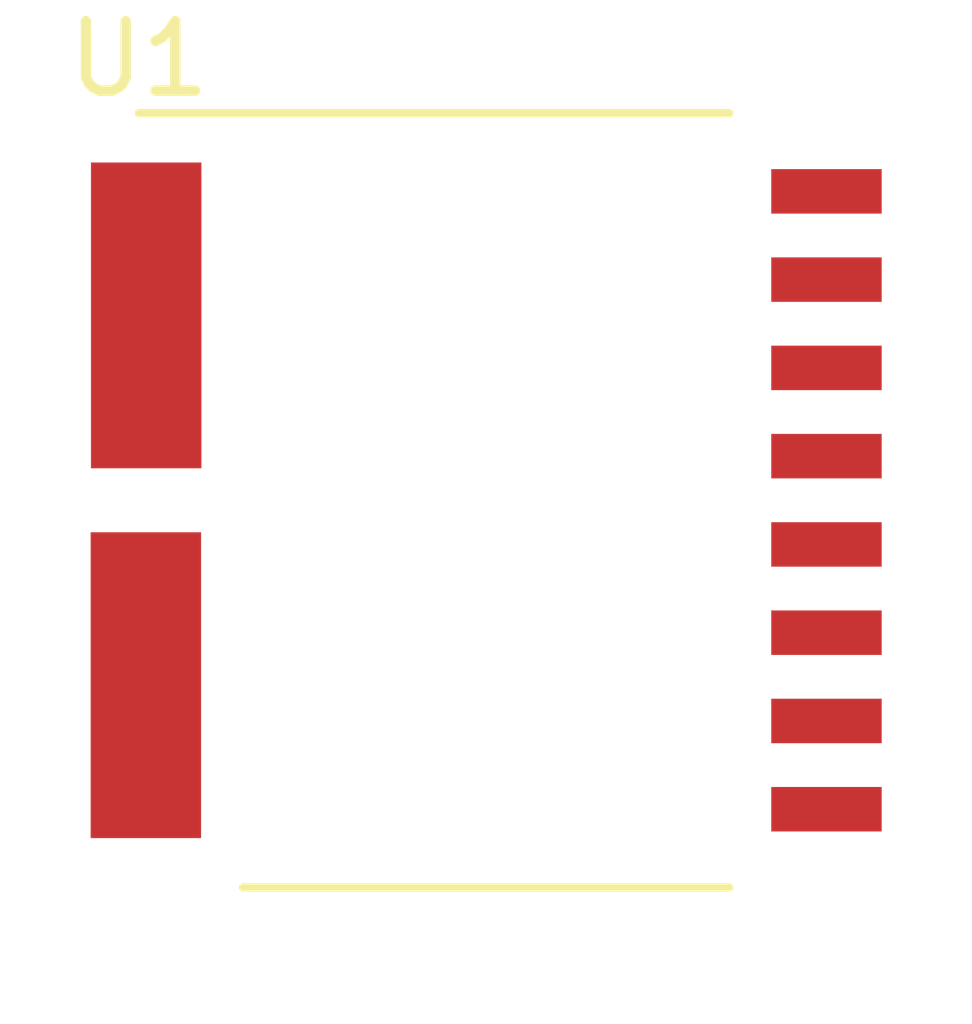
<source format=kicad_pcb>
(kicad_pcb (version 20171130) (host pcbnew 5.1.7-a382d34a8~88~ubuntu20.04.1)

  (general
    (thickness 1.6)
    (drawings 0)
    (tracks 0)
    (zones 0)
    (modules 1)
    (nets 10)
  )

  (page A4)
  (layers
    (0 F.Cu signal)
    (31 B.Cu signal)
    (32 B.Adhes user)
    (33 F.Adhes user)
    (34 B.Paste user)
    (35 F.Paste user)
    (36 B.SilkS user)
    (37 F.SilkS user)
    (38 B.Mask user)
    (39 F.Mask user)
    (40 Dwgs.User user)
    (41 Cmts.User user)
    (42 Eco1.User user)
    (43 Eco2.User user)
    (44 Edge.Cuts user)
    (45 Margin user)
    (46 B.CrtYd user)
    (47 F.CrtYd user)
    (48 B.Fab user)
    (49 F.Fab user)
  )

  (setup
    (last_trace_width 0.25)
    (trace_clearance 0.2)
    (zone_clearance 0.508)
    (zone_45_only no)
    (trace_min 0.2)
    (via_size 0.8)
    (via_drill 0.4)
    (via_min_size 0.4)
    (via_min_drill 0.3)
    (uvia_size 0.3)
    (uvia_drill 0.1)
    (uvias_allowed no)
    (uvia_min_size 0.2)
    (uvia_min_drill 0.1)
    (edge_width 0.05)
    (segment_width 0.2)
    (pcb_text_width 0.3)
    (pcb_text_size 1.5 1.5)
    (mod_edge_width 0.12)
    (mod_text_size 1 1)
    (mod_text_width 0.15)
    (pad_size 1.524 1.524)
    (pad_drill 0.762)
    (pad_to_mask_clearance 0)
    (aux_axis_origin 0 0)
    (visible_elements FFFFFF7F)
    (pcbplotparams
      (layerselection 0x010fc_ffffffff)
      (usegerberextensions false)
      (usegerberattributes true)
      (usegerberadvancedattributes true)
      (creategerberjobfile true)
      (excludeedgelayer true)
      (linewidth 0.100000)
      (plotframeref false)
      (viasonmask false)
      (mode 1)
      (useauxorigin false)
      (hpglpennumber 1)
      (hpglpenspeed 20)
      (hpglpendiameter 15.000000)
      (psnegative false)
      (psa4output false)
      (plotreference true)
      (plotvalue true)
      (plotinvisibletext false)
      (padsonsilk false)
      (subtractmaskfromsilk false)
      (outputformat 1)
      (mirror false)
      (drillshape 1)
      (scaleselection 1)
      (outputdirectory ""))
  )

  (net 0 "")
  (net 1 "Net-(U1-Pad16)")
  (net 2 "Net-(U1-Pad10)")
  (net 3 "Net-(U1-Pad11)")
  (net 4 "Net-(U1-Pad12)")
  (net 5 "Net-(U1-Pad13)")
  (net 6 "Net-(U1-Pad14)")
  (net 7 "Net-(U1-Pad15)")
  (net 8 "Net-(U1-Pad5)")
  (net 9 "Net-(U1-Pad1)")

  (net_class Default "This is the default net class."
    (clearance 0.2)
    (trace_width 0.25)
    (via_dia 0.8)
    (via_drill 0.4)
    (uvia_dia 0.3)
    (uvia_drill 0.1)
    (add_net "Net-(U1-Pad1)")
    (add_net "Net-(U1-Pad10)")
    (add_net "Net-(U1-Pad11)")
    (add_net "Net-(U1-Pad12)")
    (add_net "Net-(U1-Pad13)")
    (add_net "Net-(U1-Pad14)")
    (add_net "Net-(U1-Pad15)")
    (add_net "Net-(U1-Pad16)")
    (add_net "Net-(U1-Pad5)")
  )

  (module kicad-symbols-footprints-workshop:AKM_CZ_SSOP-10_7.7x10.9mm_P1.27mm (layer F.Cu) (tedit 5FEA1C60) (tstamp 5FEA7785)
    (at 209 47)
    (descr fsfd)
    (tags fdsd)
    (path /5FEA1DB2)
    (attr smd)
    (fp_text reference U1 (at -5 -6.35) (layer F.SilkS)
      (effects (font (size 1 1) (thickness 0.15)))
    )
    (fp_text value CZ-3A01 (at 0 6.7) (layer F.Fab)
      (effects (font (size 1 1) (thickness 0.15)))
    )
    (fp_text user REF** (at 0 0 90) (layer F.Fab)
      (effects (font (size 1 1) (thickness 0.15)))
    )
    (fp_line (start 3.5 -5.57) (end -5 -5.57) (layer F.SilkS) (width 0.12))
    (fp_line (start 3.5 5.57) (end -3.5 5.57) (layer F.SilkS) (width 0.12))
    (fp_line (start -6.94 -5.7) (end -6.94 5.7) (layer F.CrtYd) (width 0.12))
    (fp_line (start 6.94 -5.7) (end 6.94 5.7) (layer F.CrtYd) (width 0.12))
    (fp_line (start 6.94 -5.7) (end -6.94 -5.7) (layer F.CrtYd) (width 0.12))
    (fp_line (start 6.94 5.7) (end -6.94 5.7) (layer F.CrtYd) (width 0.12))
    (fp_line (start -3.5 -4.45) (end -2.5 -5.45) (layer F.Fab) (width 0.12))
    (fp_line (start -3.5 5.45) (end -3.5 -4.45) (layer F.Fab) (width 0.12))
    (fp_line (start 3.5 -5.45) (end 3.5 5.45) (layer F.Fab) (width 0.12))
    (fp_line (start 3.5 -5.45) (end -2.5 -5.45) (layer F.Fab) (width 0.12))
    (fp_line (start 3.5 5.45) (end -3.5 5.45) (layer F.Fab) (width 0.12))
    (pad 9 smd rect (at 4.9 4.445) (size 1.59 0.64) (layers F.Cu F.Paste F.Mask)
      (net 1 "Net-(U1-Pad16)"))
    (pad 10 smd rect (at 4.9 3.175) (size 1.59 0.64) (layers F.Cu F.Paste F.Mask)
      (net 2 "Net-(U1-Pad10)"))
    (pad 11 smd rect (at 4.9 1.905) (size 1.59 0.64) (layers F.Cu F.Paste F.Mask)
      (net 3 "Net-(U1-Pad11)"))
    (pad 12 smd rect (at 4.9 0.635) (size 1.59 0.64) (layers F.Cu F.Paste F.Mask)
      (net 4 "Net-(U1-Pad12)"))
    (pad 13 smd rect (at 4.9 -0.635) (size 1.59 0.64) (layers F.Cu F.Paste F.Mask)
      (net 5 "Net-(U1-Pad13)"))
    (pad 14 smd rect (at 4.9 -1.905) (size 1.59 0.64) (layers F.Cu F.Paste F.Mask)
      (net 6 "Net-(U1-Pad14)"))
    (pad 15 smd rect (at 4.9 -3.175) (size 1.59 0.64) (layers F.Cu F.Paste F.Mask)
      (net 7 "Net-(U1-Pad15)"))
    (pad 16 smd rect (at 4.9 -4.445) (size 1.59 0.64) (layers F.Cu F.Paste F.Mask)
      (net 1 "Net-(U1-Pad16)"))
    (pad 5 smd rect (at -4.9 2.66) (size 1.59 4.4) (layers F.Cu F.Paste F.Mask)
      (net 8 "Net-(U1-Pad5)"))
    (pad 1 smd rect (at -4.895 -2.66) (size 1.59 4.4) (layers F.Cu F.Paste F.Mask)
      (net 9 "Net-(U1-Pad1)"))
  )

)

</source>
